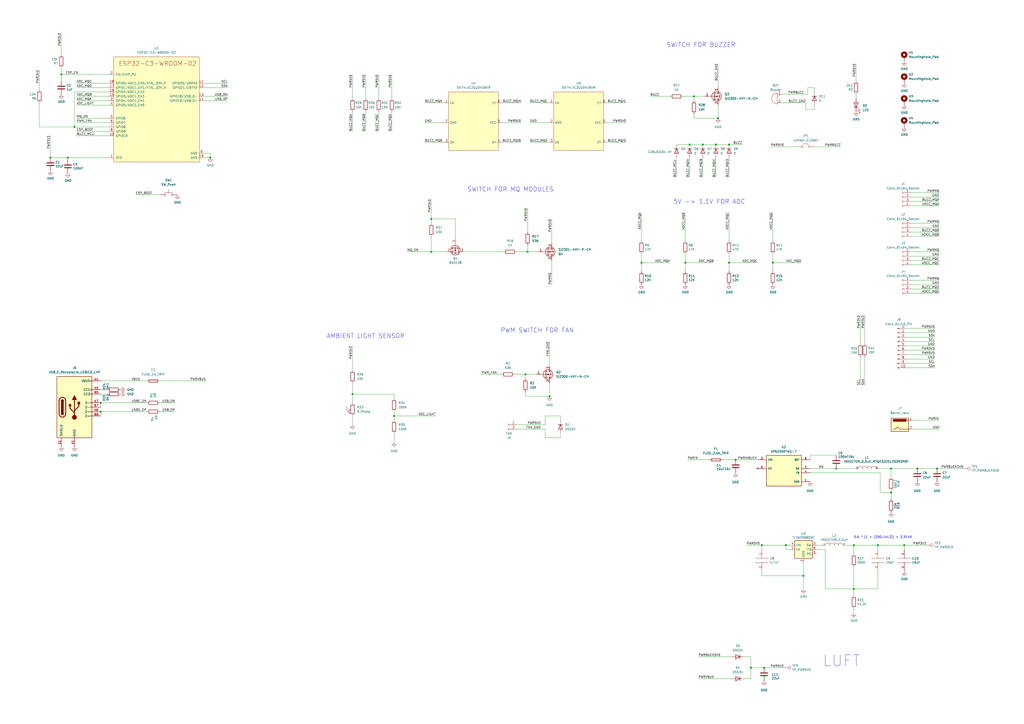
<source format=kicad_sch>
(kicad_sch (version 20231120) (generator "eeschema") (generator_version "8.0")
  (paper "A2")
  (title_block (title "Luft Air Sensor Controller") (date "2025-07-07") (rev "V0") (company "Copyright © 2025 Lone Dynamics Corporation"))
  (junction (at 306.07 146.05))
  (junction (at 39.37 91.44))
  (junction (at 441.96 316.23))
  (junction (at 58.42 233.68))
  (junction (at 121.92 91.44))
  (junction (at 304.8 217.17))
  (junction (at 443.23 387.35))
  (junction (at 400.05 83.82))
  (junction (at 532.13 271.78))
  (junction (at 397.51 152.4))
  (junction (at 516.89 285.75))
  (junction (at 29.21 91.44))
  (junction (at 422.91 83.82))
  (junction (at 466.09 334.01))
  (junction (at 415.29 83.82))
  (junction (at 495.3 316.23))
  (junction (at 43.18 73.66))
  (junction (at 495.3 341.63))
  (junction (at 426.72 266.7))
  (junction (at 435.61 387.35))
  (junction (at 250.19 146.05))
  (junction (at 58.42 238.76))
  (junction (at 516.89 271.78))
  (junction (at 422.91 152.4))
  (junction (at 543.56 271.78))
  (junction (at 372.11 152.4))
  (junction (at 250.19 127))
  (junction (at 524.51 316.23))
  (junction (at 455.93 316.23))
  (junction (at 407.67 83.82))
  (junction (at 204.47 228.6))
  (junction (at 318.77 229.87))
  (junction (at 416.56 68.58))
  (junction (at 228.6 241.3))
  (junction (at 448.31 152.4))
  (junction (at 35.56 43.18))
  (junction (at 402.59 55.88))
  (junction (at 509.27 316.23))
  (junction (at 485.14 271.78))
  (no_connect (at 439.42 271.78))
  (wire (pts (xy 63.5 43.18) (xy 35.56 43.18)))
  (wire (pts (xy 495.3 316.23) (xy 490.22 316.23)))
  (wire (pts (xy 466.09 326.39) (xy 466.09 334.01)))
  (wire (pts (xy 246.38 71.12) (xy 257.81 71.12)))
  (wire (pts (xy 299.72 246.38) (xy 316.23 246.38)))
  (wire (pts (xy 318.77 198.12) (xy 318.77 212.09)))
  (wire (pts (xy 58.42 220.98) (xy 85.09 220.98)))
  (wire (pts (xy 299.72 146.05) (xy 306.07 146.05)))
  (wire (pts (xy 228.6 228.6) (xy 228.6 231.14)))
  (wire (pts (xy 29.21 78.74) (xy 29.21 91.44)))
  (wire (pts (xy 496.57 36.83) (xy 496.57 46.99)))
  (wire (pts (xy 472.44 85.09) (xy 487.68 85.09)))
  (wire (pts (xy 543.56 271.78) (xy 558.8 271.78)))
  (wire (pts (xy 466.09 334.01) (xy 441.96 334.01)))
  (wire (pts (xy 250.19 146.05) (xy 236.22 146.05)))
  (wire (pts (xy 44.45 48.26) (xy 63.5 48.26)))
  (wire (pts (xy 318.77 59.69) (xy 307.34 59.69)))
  (wire (pts (xy 499.11 207.01) (xy 499.11 223.52)))
  (wire (pts (xy 472.44 50.8) (xy 472.44 53.34)))
  (wire (pts (xy 35.56 43.18) (xy 35.56 46.99)))
  (wire (pts (xy 402.59 66.04) (xy 402.59 68.58)))
  (wire (pts (xy 397.51 123.19) (xy 397.51 139.7)))
  (wire (pts (xy 528.32 132.08) (xy 544.83 132.08)))
  (wire (pts (xy 468.63 54.61) (xy 468.63 50.8)))
  (wire (pts (xy 58.42 233.68) (xy 85.09 233.68)))
  (wire (pts (xy 372.11 123.19) (xy 372.11 139.7)))
  (wire (pts (xy 290.83 59.69) (xy 302.26 59.69)))
  (wire (pts (xy 472.44 60.96) (xy 472.44 63.5)))
  (wire (pts (xy 118.11 50.8) (xy 132.08 50.8)))
  (wire (pts (xy 250.19 115.57) (xy 250.19 127)))
  (wire (pts (xy 227.33 43.18) (xy 227.33 57.15)))
  (wire (pts (xy 528.32 170.18) (xy 544.83 170.18)))
  (wire (pts (xy 318.77 229.87) (xy 304.8 229.87)))
  (wire (pts (xy 92.71 233.68) (xy 101.6 233.68)))
  (wire (pts (xy 516.89 271.78) (xy 516.89 276.86)))
  (wire (pts (xy 212.09 43.18) (xy 212.09 57.15)))
  (wire (pts (xy 204.47 43.18) (xy 204.47 57.15)))
  (wire (pts (xy 509.27 318.77) (xy 509.27 316.23)))
  (wire (pts (xy 485.14 271.78) (xy 496.57 271.78)))
  (wire (pts (xy 453.39 59.69) (xy 467.36 59.69)))
  (wire (pts (xy 204.47 241.3) (xy 204.47 246.38)))
  (wire (pts (xy 407.67 102.87) (xy 407.67 91.44)))
  (wire (pts (xy 467.36 59.69) (xy 467.36 63.5)))
  (wire (pts (xy 407.67 83.82) (xy 415.29 83.82)))
  (wire (pts (xy 377.19 55.88) (xy 388.62 55.88)))
  (wire (pts (xy 307.34 71.12) (xy 318.77 71.12)))
  (wire (pts (xy 516.89 284.48) (xy 516.89 285.75)))
  (wire (pts (xy 448.31 147.32) (xy 448.31 152.4)))
  (wire (pts (xy 372.11 152.4) (xy 372.11 157.48)))
  (wire (pts (xy 528.32 137.16) (xy 544.83 137.16)))
  (wire (pts (xy 44.45 55.88) (xy 63.5 55.88)))
  (wire (pts (xy 204.47 76.2) (xy 204.47 64.77)))
  (wire (pts (xy 528.32 162.56) (xy 544.83 162.56)))
  (wire (pts (xy 528.32 167.64) (xy 544.83 167.64)))
  (wire (pts (xy 44.45 60.96) (xy 63.5 60.96)))
  (wire (pts (xy 426.72 266.7) (xy 439.42 266.7)))
  (wire (pts (xy 528.32 148.59) (xy 544.83 148.59)))
  (wire (pts (xy 290.83 71.12) (xy 302.26 71.12)))
  (wire (pts (xy 443.23 387.35) (xy 454.66 387.35)))
  (wire (pts (xy 525.78 210.82) (xy 542.29 210.82)))
  (wire (pts (xy 257.81 59.69) (xy 246.38 59.69)))
  (wire (pts (xy 467.36 63.5) (xy 472.44 63.5)))
  (wire (pts (xy 510.54 274.32) (xy 510.54 285.75)))
  (wire (pts (xy 299.72 248.92) (xy 316.23 248.92)))
  (wire (pts (xy 397.51 152.4) (xy 414.02 152.4)))
  (wire (pts (xy 524.51 316.23) (xy 524.51 318.77)))
  (wire (pts (xy 269.24 146.05) (xy 292.1 146.05)))
  (wire (pts (xy 372.11 152.4) (xy 388.62 152.4)))
  (wire (pts (xy 458.47 318.77) (xy 455.93 318.77)))
  (wire (pts (xy 121.92 88.9) (xy 121.92 91.44)))
  (wire (pts (xy 430.53 83.82) (xy 422.91 83.82)))
  (wire (pts (xy 35.56 39.37) (xy 35.56 43.18)))
  (wire (pts (xy 441.96 318.77) (xy 441.96 316.23)))
  (wire (pts (xy 316.23 248.92) (xy 316.23 254)))
  (wire (pts (xy 441.96 331.47) (xy 441.96 334.01)))
  (wire (pts (xy 392.43 102.87) (xy 392.43 91.44)))
  (wire (pts (xy 529.59 243.84) (xy 544.83 243.84)))
  (wire (pts (xy 528.32 111.76) (xy 544.83 111.76)))
  (wire (pts (xy 58.42 238.76) (xy 85.09 238.76)))
  (wire (pts (xy 402.59 55.88) (xy 408.94 55.88)))
  (wire (pts (xy 435.61 381) (xy 435.61 387.35)))
  (wire (pts (xy 525.78 190.5) (xy 542.29 190.5)))
  (wire (pts (xy 525.78 200.66) (xy 542.29 200.66)))
  (wire (pts (xy 495.3 341.63) (xy 478.79 341.63)))
  (wire (pts (xy 469.9 264.16) (xy 469.9 266.7)))
  (wire (pts (xy 92.71 238.76) (xy 101.6 238.76)))
  (wire (pts (xy 448.31 152.4) (xy 464.82 152.4)))
  (wire (pts (xy 516.89 271.78) (xy 532.13 271.78)))
  (wire (pts (xy 447.04 85.09) (xy 462.28 85.09)))
  (wire (pts (xy 529.59 248.92) (xy 544.83 248.92)))
  (wire (pts (xy 528.32 151.13) (xy 544.83 151.13)))
  (wire (pts (xy 478.79 318.77) (xy 478.79 341.63)))
  (wire (pts (xy 448.31 152.4) (xy 448.31 157.48)))
  (wire (pts (xy 44.45 50.8) (xy 63.5 50.8)))
  (wire (pts (xy 528.32 134.62) (xy 544.83 134.62)))
  (wire (pts (xy 306.07 146.05) (xy 312.42 146.05)))
  (wire (pts (xy 405.13 393.7) (xy 424.18 393.7)))
  (wire (pts (xy 22.86 40.64) (xy 22.86 52.07)))
  (wire (pts (xy 455.93 318.77) (xy 455.93 316.23)))
  (wire (pts (xy 43.18 73.66) (xy 63.5 73.66)))
  (wire (pts (xy 250.19 137.16) (xy 250.19 146.05)))
  (wire (pts (xy 228.6 238.76) (xy 228.6 241.3)))
  (wire (pts (xy 118.11 88.9) (xy 121.92 88.9)))
  (wire (pts (xy 290.83 82.55) (xy 302.26 82.55)))
  (wire (pts (xy 435.61 387.35) (xy 435.61 393.7)))
  (wire (pts (xy 92.71 220.98) (xy 119.38 220.98)))
  (wire (pts (xy 219.71 76.2) (xy 219.71 64.77)))
  (wire (pts (xy 405.13 381) (xy 424.18 381)))
  (wire (pts (xy 351.79 59.69) (xy 363.22 59.69)))
  (wire (pts (xy 39.37 91.44) (xy 39.37 92.71)))
  (wire (pts (xy 44.45 76.2) (xy 63.5 76.2)))
  (wire (pts (xy 320.04 165.1) (xy 320.04 151.13)))
  (wire (pts (xy 415.29 102.87) (xy 415.29 91.44)))
  (wire (pts (xy 466.09 334.01) (xy 466.09 341.63)))
  (wire (pts (xy 227.33 76.2) (xy 227.33 64.77)))
  (wire (pts (xy 422.91 102.87) (xy 422.91 91.44)))
  (wire (pts (xy 35.56 19.05) (xy 35.56 31.75)))
  (wire (pts (xy 351.79 71.12) (xy 363.22 71.12)))
  (wire (pts (xy 501.65 207.01) (xy 501.65 223.52)))
  (wire (pts (xy 468.63 50.8) (xy 472.44 50.8)))
  (wire (pts (xy 525.78 213.36) (xy 542.29 213.36)))
  (wire (pts (xy 525.78 198.12) (xy 542.29 198.12)))
  (wire (pts (xy 501.65 199.39) (xy 501.65 182.88)))
  (wire (pts (xy 453.39 54.61) (xy 468.63 54.61)))
  (wire (pts (xy 325.12 241.3) (xy 325.12 243.84)))
  (wire (pts (xy 44.45 68.58) (xy 63.5 68.58)))
  (wire (pts (xy 228.6 241.3) (xy 252.73 241.3)))
  (wire (pts (xy 495.3 328.93) (xy 495.3 341.63)))
  (wire (pts (xy 78.74 113.03) (xy 92.71 113.03)))
  (wire (pts (xy 306.07 120.65) (xy 306.07 134.62)))
  (wire (pts (xy 528.32 119.38) (xy 544.83 119.38)))
  (wire (pts (xy 422.91 147.32) (xy 422.91 152.4)))
  (wire (pts (xy 320.04 140.97) (xy 320.04 127)))
  (wire (pts (xy 528.32 153.67) (xy 544.83 153.67)))
  (wire (pts (xy 43.18 53.34) (xy 43.18 73.66)))
  (wire (pts (xy 528.32 146.05) (xy 544.83 146.05)))
  (wire (pts (xy 473.71 318.77) (xy 478.79 318.77)))
  (wire (pts (xy 204.47 222.25) (xy 204.47 228.6)))
  (wire (pts (xy 469.9 274.32) (xy 510.54 274.32)))
  (wire (pts (xy 525.78 205.74) (xy 542.29 205.74)))
  (wire (pts (xy 396.24 55.88) (xy 402.59 55.88)))
  (wire (pts (xy 422.91 152.4) (xy 422.91 157.48)))
  (wire (pts (xy 525.78 203.2) (xy 542.29 203.2)))
  (wire (pts (xy 372.11 147.32) (xy 372.11 152.4)))
  (wire (pts (xy 39.37 91.44) (xy 63.5 91.44)))
  (wire (pts (xy 495.3 355.6) (xy 495.3 353.06)))
  (wire (pts (xy 392.43 83.82) (xy 400.05 83.82)))
  (wire (pts (xy 118.11 58.42) (xy 132.08 58.42)))
  (wire (pts (xy 525.78 193.04) (xy 542.29 193.04)))
  (wire (pts (xy 469.9 271.78) (xy 485.14 271.78)))
  (wire (pts (xy 279.4 217.17) (xy 290.83 217.17)))
  (wire (pts (xy 212.09 76.2) (xy 212.09 64.77)))
  (wire (pts (xy 118.11 55.88) (xy 132.08 55.88)))
  (wire (pts (xy 118.11 48.26) (xy 132.08 48.26)))
  (wire (pts (xy 397.51 152.4) (xy 397.51 157.48)))
  (wire (pts (xy 257.81 82.55) (xy 246.38 82.55)))
  (wire (pts (xy 219.71 43.18) (xy 219.71 57.15)))
  (wire (pts (xy 400.05 102.87) (xy 400.05 91.44)))
  (wire (pts (xy 58.42 233.68) (xy 58.42 236.22)))
  (wire (pts (xy 524.51 316.23) (xy 537.21 316.23)))
  (wire (pts (xy 532.13 271.78) (xy 543.56 271.78)))
  (wire (pts (xy 398.78 266.7) (xy 411.48 266.7)))
  (wire (pts (xy 397.51 147.32) (xy 397.51 152.4)))
  (wire (pts (xy 525.78 208.28) (xy 542.29 208.28)))
  (wire (pts (xy 525.78 195.58) (xy 542.29 195.58)))
  (wire (pts (xy 22.86 73.66) (xy 43.18 73.66)))
  (wire (pts (xy 58.42 238.76) (xy 58.42 241.3)))
  (wire (pts (xy 448.31 123.19) (xy 448.31 139.7)))
  (wire (pts (xy 402.59 55.88) (xy 402.59 58.42)))
  (wire (pts (xy 316.23 241.3) (xy 325.12 241.3)))
  (wire (pts (xy 228.6 241.3) (xy 228.6 243.84)))
  (wire (pts (xy 318.77 222.25) (xy 318.77 229.87)))
  (wire (pts (xy 58.42 228.6) (xy 62.23 228.6)))
  (wire (pts (xy 118.11 91.44) (xy 121.92 91.44)))
  (wire (pts (xy 43.18 53.34) (xy 63.5 53.34)))
  (wire (pts (xy 510.54 285.75) (xy 516.89 285.75)))
  (wire (pts (xy 422.91 123.19) (xy 422.91 139.7)))
  (wire (pts (xy 316.23 246.38) (xy 316.23 241.3)))
  (wire (pts (xy 441.96 316.23) (xy 455.93 316.23)))
  (wire (pts (xy 264.16 138.43) (xy 264.16 127)))
  (wire (pts (xy 495.3 345.44) (xy 495.3 341.63)))
  (wire (pts (xy 528.32 165.1) (xy 544.83 165.1)))
  (wire (pts (xy 431.8 381) (xy 435.61 381)))
  (wire (pts (xy 419.1 266.7) (xy 426.72 266.7)))
  (wire (pts (xy 495.3 341.63) (xy 509.27 341.63)))
  (wire (pts (xy 44.45 78.74) (xy 63.5 78.74)))
  (wire (pts (xy 528.32 116.84) (xy 544.83 116.84)))
  (wire (pts (xy 204.47 228.6) (xy 228.6 228.6)))
  (wire (pts (xy 39.37 91.44) (xy 29.21 91.44)))
  (wire (pts (xy 415.29 83.82) (xy 422.91 83.82)))
  (wire (pts (xy 318.77 82.55) (xy 307.34 82.55)))
  (wire (pts (xy 250.19 146.05) (xy 259.08 146.05)))
  (wire (pts (xy 22.86 59.69) (xy 22.86 73.66)))
  (wire (pts (xy 316.23 254) (xy 325.12 254)))
  (wire (pts (xy 325.12 254) (xy 325.12 251.46)))
  (wire (pts (xy 509.27 316.23) (xy 524.51 316.23)))
  (wire (pts (xy 509.27 271.78) (xy 516.89 271.78)))
  (wire (pts (xy 44.45 58.42) (xy 63.5 58.42)))
  (wire (pts (xy 400.05 83.82) (xy 407.67 83.82)))
  (wire (pts (xy 495.3 321.31) (xy 495.3 316.23)))
  (wire (pts (xy 264.16 127) (xy 250.19 127)))
  (wire (pts (xy 422.91 152.4) (xy 439.42 152.4)))
  (wire (pts (xy 473.71 316.23) (xy 477.52 316.23)))
  (wire (pts (xy 416.56 60.96) (xy 416.56 68.58)))
  (wire (pts (xy 431.8 393.7) (xy 435.61 393.7)))
  (wire (pts (xy 528.32 114.3) (xy 544.83 114.3)))
  (wire (pts (xy 528.32 129.54) (xy 544.83 129.54)))
  (wire (pts (xy 304.8 217.17) (xy 311.15 217.17)))
  (wire (pts (xy 499.11 199.39) (xy 499.11 182.88)))
  (wire (pts (xy 516.89 285.75) (xy 516.89 289.56)))
  (wire (pts (xy 204.47 228.6) (xy 204.47 233.68)))
  (wire (pts (xy 298.45 217.17) (xy 304.8 217.17)))
  (wire (pts (xy 58.42 226.06) (xy 62.23 226.06)))
  (wire (pts (xy 495.3 316.23) (xy 509.27 316.23)))
  (wire (pts (xy 204.47 200.66) (xy 204.47 214.63)))
  (wire (pts (xy 304.8 217.17) (xy 304.8 219.71)))
  (wire (pts (xy 228.6 251.46) (xy 228.6 256.54)))
  (wire (pts (xy 44.45 71.12) (xy 63.5 71.12)))
  (wire (pts (xy 496.57 54.61) (xy 496.57 57.15)))
  (wire (pts (xy 416.56 36.83) (xy 416.56 50.8)))
  (wire (pts (xy 433.07 316.23) (xy 441.96 316.23)))
  (wire (pts (xy 509.27 341.63) (xy 509.27 331.47)))
  (wire (pts (xy 351.79 82.55) (xy 363.22 82.55)))
  (wire (pts (xy 250.19 127) (xy 250.19 129.54)))
  (wire (pts (xy 435.61 387.35) (xy 443.23 387.35)))
  (wire (pts (xy 304.8 227.33) (xy 304.8 229.87)))
  (wire (pts (xy 485.14 264.16) (xy 469.9 264.16)))
  (wire (pts (xy 455.93 316.23) (xy 458.47 316.23)))
  (wire (pts (xy 416.56 68.58) (xy 402.59 68.58)))
  (wire (pts (xy 306.07 142.24) (xy 306.07 146.05)))
  (text "0.6 * (1 + (200/44.2)) = 3.3149" (at 495.3 312.42 0) (effects (font (size 1.27 1.27)) (justify left bottom)))
  (text "PWM SWITCH FOR FAN" (at 311.658 191.77 0) (effects (font (size 2.54 2.54))))
  (text "LUFT" (at 488.188 383.54 0) (effects (font (size 6.35 6.35))))
  (text "AMBIENT LIGHT SENSOR" (at 212.09 195.072 0) (effects (font (size 2.54 2.54))))
  (text "SWITCH FOR MQ MODULES" (at 296.164 109.982 0) (effects (font (size 2.54 2.54))))
  (text "SWITCH FOR BUZZER" (at 406.654 26.162 0) (effects (font (size 2.54 2.54))))
  (text "5V -> 1.1V FOR ADC" (at 411.48 117.094 0) (effects (font (size 2.54 2.54))))
  (label "ADC_LIGHT" (at 252.73 241.3 180))
  (label "FAN_GND" (at 318.77 198.12 270))
  (label "BUZZ_MQC" (at 307.34 59.69 0))
  (label "ADCC_MQB" (at 397.51 123.19 270))
  (label "ADC_MQC" (at 44.45 48.26 0))
  (label "BUZZ_GND" (at 467.36 59.69 180))
  (label "GND" (at 544.83 165.1 180))
  (label "PWR5V0" (at 542.29 205.74 180))
  (label "PWR5V0" (at 306.07 120.65 270))
  (label "ADC_MQC" (at 439.42 152.4 180))
  (label "SCL" (at 542.29 198.12 180))
  (label "BUZZ_MQC" (at 219.71 76.2 90))
  (label "ESP_BOOT" (at 78.74 113.03 0))
  (label "SDA" (at 542.29 195.58 180))
  (label "PWR5V0" (at 542.29 190.5 180))
  (label "BUZZ" (at 430.53 83.82 180))
  (label "BUZZ_MQB" (at 544.83 134.62 180))
  (label "BUZZ" (at 377.19 55.88 0))
  (label "PWRIN" (at 538.48 243.84 0))
  (label "MQ_ON" (at 44.45 68.58 0))
  (label "PWR3V3" (at 499.11 182.88 270))
  (label "BUZZ_MQIC" (at 415.29 102.87 90))
  (label "GND" (at 542.29 200.66 180))
  (label "USBC_DN" (at 76.2 233.68 0))
  (label "PWR5V0" (at 363.22 71.12 180))
  (label "BUZZ_MCU" (at 44.45 78.74 0))
  (label "PWR5V0" (at 320.04 127 270))
  (label "BUZZ_MQC" (at 544.83 151.13 180))
  (label "ADCC_MQA" (at 544.83 119.38 180))
  (label "ADC_MQB" (at 44.45 55.88 0))
  (label "GND" (at 246.38 71.12 0))
  (label "PWR3V3" (at 22.86 40.64 270))
  (label "ADCC_MQC" (at 544.83 153.67 180))
  (label "BUZZ_MCU" (at 392.43 102.87 90))
  (label "USB_DN" (at 132.08 55.88 180))
  (label "BUZZ_MQIB" (at 407.67 102.87 90))
  (label "SDA" (at 542.29 213.36 180))
  (label "SCL" (at 499.11 223.52 90))
  (label "PWRMQ" (at 544.83 129.54 180))
  (label "BUZZ_MQD" (at 307.34 82.55 0))
  (label "PWR5V0" (at 219.71 43.18 270))
  (label "ADC_LIGHT" (at 44.45 60.96 0))
  (label "PWR5V0" (at 204.47 43.18 270))
  (label "PWR3V3" (at 542.29 203.2 180))
  (label "BUZZ_MQIB" (at 302.26 82.55 180))
  (label "BUZZ_MQIA" (at 400.05 102.87 90))
  (label "PWR3V3" (at 204.47 200.66 270))
  (label "PWR3V3" (at 501.65 182.88 270))
  (label "ADCC_MQA" (at 372.11 123.19 270))
  (label "SCL" (at 132.08 48.26 180))
  (label "PWR5V0" (at 433.07 316.23 0))
  (label "ADCC_MQD" (at 448.31 123.19 270))
  (label "SDA" (at 132.08 50.8 180))
  (label "PWRMQ" (at 320.04 165.1 90))
  (label "PWM_FAN" (at 44.45 71.12 0))
  (label "VBUS" (at 81.28 220.98 180))
  (label "PWR3V3" (at 29.21 86.36 90))
  (label "PWRBUZZ" (at 487.68 85.09 180))
  (label "PWRVBUS" (at 119.38 220.98 180))
  (label "MQ_ON" (at 236.22 146.05 0))
  (label "BUZZ_MQID" (at 363.22 82.55 180))
  (label "BUZZ_MQIA" (at 302.26 59.69 180))
  (label "ADCC_MQB" (at 544.83 137.16 180))
  (label "PWR3V3" (at 35.56 19.05 270))
  (label "BUZZ_MQB" (at 246.38 82.55 0))
  (label "ADCC_MQD" (at 544.83 170.18 180))
  (label "GND" (at 544.83 114.3 180))
  (label "BUZZ_MQD" (at 227.33 76.2 90))
  (label "PWRBUCK5V0" (at 405.13 381 0))
  (label "PWRMQ" (at 544.83 111.76 180))
  (label "SW" (at 474.98 271.78 0))
  (label "ESP_EN" (at 38.1 43.18 0))
  (label "BUZZ_GND" (at 416.56 36.83 270))
  (label "SDA" (at 501.65 223.52 90))
  (label "GND" (at 541.02 248.92 0))
  (label "ADCC_MQC" (at 422.91 123.19 270))
  (label "BUZZ_MQA" (at 204.47 76.2 90))
  (label "USB_DP" (at 132.08 58.42 180))
  (label "PWRVBUS" (at 405.13 393.7 0))
  (label "GND" (at 542.29 193.04 180))
  (label "PWR5V0" (at 454.66 387.35 180))
  (label "PWRMQ" (at 544.83 146.05 180))
  (label "PWR5V0" (at 227.33 43.18 270))
  (label "PWRMQ" (at 544.83 162.56 180))
  (label "BUZZ_MQD" (at 544.83 167.64 180))
  (label "ADC_MQD" (at 44.45 50.8 0))
  (label "BUZZ_MQID" (at 422.91 102.87 90))
  (label "ADC_MQA" (at 44.45 58.42 0))
  (label "USB_DP" (at 93.98 238.76 0))
  (label "ADC_MQA" (at 388.62 152.4 180))
  (label "PWRBUCK5V0" (at 558.8 271.78 180))
  (label "PWRINBUCK" (at 427.99 266.7 0))
  (label "USBC_DP" (at 76.2 238.76 0))
  (label "USB_DN" (at 93.98 233.68 0))
  (label "PWR5V0" (at 447.04 85.09 0))
  (label "ESP_BOOT" (at 44.45 76.2 0))
  (label "BUZZ_MQA" (at 246.38 59.69 0))
  (label "PWR5V0" (at 212.09 43.18 270))
  (label "PWR5V0" (at 496.57 36.83 270))
  (label "PWM_FAN" (at 279.4 217.17 0))
  (label "FAN_GND" (at 313.69 248.92 180))
  (label "GND" (at 544.83 148.59 180))
  (label "ADC_MQB" (at 414.02 152.4 180))
  (label "GND" (at 544.83 132.08 180))
  (label "PWR3V3" (at 529.59 316.23 0))
  (label "PWR5V0" (at 313.69 246.38 180))
  (label "ADC_MQD" (at 464.82 152.4 180))
  (label "PWRIN" (at 398.78 266.7 0))
  (label "GND" (at 307.34 71.12 0))
  (label "PWR3V3" (at 250.19 115.57 270))
  (label "GND" (at 542.29 208.28 180))
  (label "BUZZ_MQB" (at 212.09 76.2 90))
  (label "BUZZ_MQA" (at 544.83 116.84 180))
  (label "BUZZ_MQIC" (at 363.22 59.69 180))
  (label "PWRBUZZ" (at 457.2 54.61 0))
  (label "SCL" (at 542.29 210.82 180))
  (label "PWR5V0" (at 302.26 71.12 180))
  (symbol (lib_id "pspice:C") (at 441.96 325.12 0) (unit 1)
    (property "Reference" "C8" (at 446.4812 323.9516 0) (effects (justify left)))
    (property "Value" "4.7uF" (at 446.4812 326.263 0) (effects (justify left)))
    (property "Footprint" "Capacitor_SMD:C_0603_1608Metric" (effects (hide yes)))
  )
  (symbol (lib_id "pspice:C") (at 509.27 325.12 0) (unit 1)
    (property "Reference" "C9" (at 513.7912 323.9516 0) (effects (justify left)))
    (property "Value" "10pF" (at 513.7912 326.263 0) (effects (justify left)))
    (property "Footprint" "Capacitor_SMD:C_0603_1608Metric" (effects (hide yes)))
  )
  (symbol (lib_name "GND_47") (lib_id "power:GND") (at 524.51 331.47 0) (unit 1)
    (property "Reference" "#PWR054" (effects (hide yes)))
    (property "Value" "GND" (at 524.637 335.8642 0))
  )
  (symbol (lib_name "GND_42") (lib_id "power:GND") (at 495.3 355.6 0) (unit 1)
    (property "Reference" "#PWR051" (effects (hide yes)))
    (property "Value" "GND" (at 495.427 359.9942 0))
  )
  (symbol (lib_name "GND_41") (lib_id "power:GND") (at 466.09 341.63 0) (unit 1)
    (property "Reference" "#PWR045" (effects (hide yes)))
    (property "Value" "GND" (at 466.217 346.0242 0))
  )
  (symbol (lib_id "Connector:TestPoint") (at 558.8 271.78 270) (unit 1)
    (property "Reference" "TP1" (at 563.5752 270.6116 90) (effects (justify left)))
    (property "Value" "TP_PWRBUCK5V0" (at 563.5752 272.923 90) (effects (justify left)))
    (property "Footprint" "TestPoint:TestPoint_THTPad_D1.0mm_Drill0.5mm" (effects (hide yes)))
  )
  (symbol (lib_id "pspice:C") (at 524.51 325.12 0) (unit 1)
    (property "Reference" "C10" (at 529.0312 323.9516 0) (effects (justify left)))
    (property "Value" "10uF" (at 529.0312 326.263 0) (effects (justify left)))
    (property "Footprint" "Capacitor_SMD:C_0603_1608Metric" (effects (hide yes)))
  )
  (symbol (lib_id "Device:R") (at 495.3 325.12 0) (unit 1)
    (property "Reference" "R22" (at 497.078 323.9516 0) (effects (justify left)))
    (property "Value" "200K" (at 497.078 326.263 0) (effects (justify left)))
    (property "Footprint" "Resistor_SMD:R_0603_1608Metric" (effects (hide yes)))
  )
  (symbol (lib_id "Device:R") (at 495.3 349.25 0) (unit 1)
    (property "Reference" "R23" (at 497.078 348.0816 0) (effects (justify left)))
    (property "Value" "44.2K" (at 497.078 350.393 0) (effects (justify left)))
    (property "Footprint" "Resistor_SMD:R_0603_1608Metric" (effects (hide yes)))
  )
  (symbol (lib_id "Regulator_Switching:TLV62568DDC") (at 466.09 318.77 0) (unit 1)
    (property "Reference" "U3" (at 466.09 309.4482 0))
    (property "Value" "TLV62568DDC" (at 466.09 311.7596 0))
    (property "Footprint" "Package_TO_SOT_SMD:SOT-23-6" (effects (hide yes)))
    (property "Datasheet" "http://www.ti.com/lit/ds/symlink/tlv62568.pdf" (effects (hide yes)))
  )
  (symbol (lib_id "pspice:INDUCTOR") (at 483.87 316.23 0) (unit 1)
    (property "Reference" "L2" (at 483.87 310.769 0))
    (property "Value" "INDUCTOR_2.2uH" (at 483.87 313.0804 0))
    (property "Footprint" "Inductor_SMD:L_0805_2012Metric" (effects (hide yes)))
  )
  (symbol (lib_name "GND_49") (lib_id "power:GND") (at 524.51 48.26 0) (unit 1)
    (property "Reference" "#PWR19" (effects (hide yes)))
    (property "Value" "GND" (at 524.637 52.6542 0))
  )
  (symbol (lib_id "Device:R") (at 204.47 218.44 180) (unit 1)
    (property "Reference" "R26" (at 207.01 217.1699 0) (effects (justify right)))
    (property "Value" "10K" (at 207.01 219.7099 0) (effects (justify right)))
    (property "Footprint" "Resistor_SMD:R_0603_1608Metric" (effects (hide yes)))
    (property "Description" "Resistor" (effects (hide yes)))
  )
  (symbol (lib_id "Connector:Conn_01x04_Socket") (at 523.24 148.59 0) (mirror y) (unit 1)
    (property "Reference" "J3" (at 523.875 140.97 0))
    (property "Value" "Conn_01x04_Socket" (at 523.875 143.51 0))
    (property "Footprint" "Connector_PinSocket_2.54mm:PinSocket_1x04_P2.54mm_Vertical" (effects (hide yes)))
    (property "Description" "Generic connector, single row, 01x04, script generated" (effects (hide yes)))
  )
  (symbol (lib_id "Device:R") (at 212.09 60.96 180) (unit 1)
    (property "Reference" "R30" (at 213.614 59.69 0) (effects (justify right)))
    (property "Value" "10K" (at 213.614 62.23 0) (effects (justify right)))
    (property "Footprint" "Resistor_SMD:R_0603_1608Metric" (effects (hide yes)))
    (property "Description" "Resistor" (effects (hide yes)))
  )
  (symbol (lib_name "GND_1") (lib_id "power:GND") (at 443.23 394.97 0) (unit 1)
    (property "Reference" "#PWR17" (effects (hide yes)))
    (property "Value" "GND" (at 443.23 400.304 0))
  )
  (symbol (lib_id "Device:C") (at 443.23 391.16 0) (unit 1)
    (property "Reference" "C11" (at 447.548 391.414 0) (effects (justify left)))
    (property "Value" "22uF" (at 447.548 393.446 0) (effects (justify left)))
    (property "Footprint" "Capacitor_SMD:C_0603_1608Metric" (effects (hide yes)))
  )
  (symbol (lib_id "Mechanical:MountingHole_Pad") (at 524.51 33.02 0) (unit 1) (exclude_from_sim yes) (in_bom no)
    (property "Reference" "H1" (at 527.05 30.4799 0) (effects (justify left)))
    (property "Value" "MountingHole_Pad" (at 527.05 33.0199 0) (effects (justify left)))
    (property "Footprint" "MountingHole:MountingHole_3.2mm_M3_DIN965_Pad" (effects (hide yes)))
    (property "Description" "Mounting Hole with connection" (effects (hide yes)))
  )
  (symbol (lib_id "Device:R") (at 227.33 60.96 180) (unit 1)
    (property "Reference" "R32" (at 228.854 59.69 0) (effects (justify right)))
    (property "Value" "10K" (at 228.854 62.23 0) (effects (justify right)))
    (property "Footprint" "Resistor_SMD:R_0603_1608Metric" (effects (hide yes)))
    (property "Description" "Resistor" (effects (hide yes)))
  )
  (symbol (lib_id "LD-LOGIC:SN74LVC2GU04DBVR") (at 335.28 59.69 0) (unit 1)
    (property "Reference" "U5" (at 335.661 48.26 0))
    (property "Value" "SN74LVC2GU04DBVR" (at 335.661 50.8 0))
    (property "Footprint" "Package_TO_SOT_SMD:SOT-23-6_Handsoldering" (effects (hide yes)))
  )
  (symbol (lib_id "Transistor_FET:BSS138") (at 316.23 217.17 0) (unit 1)
    (property "Reference" "Q2" (at 322.58 215.8999 0) (effects (justify left)))
    (property "Value" "SI2300-HXY-N-CH" (at 322.58 218.4399 0) (effects (justify left)))
    (property "Footprint" "Package_TO_SOT_SMD:SOT-23" (effects (hide yes)))
    (property "Datasheet" "https://www.onsemi.com/pub/Collateral/BSS138-D.PDF" (effects (hide yes)))
    (property "Description" "50V Vds, 0.22A Id, N-Channel MOSFET, SOT-23" (effects (hide yes)))
  )
  (symbol (lib_id "Device:R") (at 422.91 161.29 0) (unit 1)
    (property "Reference" "R13" (at 424.688 160.1216 0) (effects (justify left)))
    (property "Value" "12K" (at 424.688 162.433 0) (effects (justify left)))
    (property "Footprint" "Resistor_SMD:R_0603_1608Metric" (effects (hide yes)))
  )
  (symbol (lib_id "Device:D") (at 392.43 87.63 270) (unit 1)
    (property "Reference" "D5" (at 394.97 86.3599 90) (effects (justify left)))
    (property "Value" "CDBU0320-HF" (at 375.666 88.138 90) (effects (justify left)))
    (property "Footprint" "Diode_SMD:D_0603_1608Metric" (effects (hide yes)))
    (property "Description" "Diode" (effects (hide yes)))
    (property "Sim.Device" "D" (effects (hide yes)))
    (property "Sim.Pins" "1=K 2=A" (effects (hide yes)))
  )
  (symbol (lib_id "Transistor_FET:BSS138") (at 414.02 55.88 0) (unit 1)
    (property "Reference" "Q3" (at 420.37 54.6099 0) (effects (justify left)))
    (property "Value" "SI2300-HXY-N-CH" (at 420.37 57.1499 0) (effects (justify left)))
    (property "Footprint" "Package_TO_SOT_SMD:SOT-23" (effects (hide yes)))
    (property "Datasheet" "https://www.onsemi.com/pub/Collateral/BSS138-D.PDF" (effects (hide yes)))
    (property "Description" "50V Vds, 0.22A Id, N-Channel MOSFET, SOT-23" (effects (hide yes)))
  )
  (symbol (lib_id "power:GND") (at 318.77 229.87 0) (unit 1)
    (property "Reference" "#PWR1" (effects (hide yes)))
    (property "Value" "GND" (at 318.77 234.95 0))
    (property "Description" "Power symbol creates a global label with name \"GND\" , ground" (effects (hide yes)))
  )
  (symbol (lib_id "Transistor_FET:BSS84") (at 317.5 146.05 0) (mirror x) (unit 1)
    (property "Reference" "Q4" (at 323.85 147.3201 0) (effects (justify left)))
    (property "Value" "SI2301-HXY-P-CH" (at 323.85 144.7801 0) (effects (justify left)))
    (property "Footprint" "Package_TO_SOT_SMD:SOT-23" (effects (hide yes)))
    (property "Datasheet" "http://assets.nexperia.com/documents/data-sheet/BSS84.pdf" (effects (hide yes)))
    (property "Description" "-0.13A Id, -50V Vds, P-Channel MOSFET, SOT-23" (effects (hide yes)))
  )
  (symbol (lib_id "Device:R") (at 499.11 203.2 0) (unit 1)
    (property "Reference" "R20" (at 493.522 202.184 0) (effects (justify left)))
    (property "Value" "10K" (at 493.522 204.4954 0) (effects (justify left)))
    (property "Footprint" "Resistor_SMD:R_0603_1608Metric" (effects (hide yes)))
  )
  (symbol (lib_name "GND_49") (lib_id "power:GND") (at 397.51 165.1 0) (unit 1)
    (property "Reference" "#PWR8" (effects (hide yes)))
    (property "Value" "GND" (at 397.637 169.4942 0))
  )
  (symbol (lib_name "GND_12") (lib_id "power:GND") (at 543.56 279.4 0) (unit 1)
    (property "Reference" "#PWR102" (effects (hide yes)))
    (property "Value" "GND" (at 543.56 284.734 0))
  )
  (symbol (lib_id "ld-power:AP62300TWU-7") (at 454.66 271.78 0) (unit 1)
    (property "Reference" "U2" (at 454.66 259.334 0))
    (property "Value" "AP62300TWU-7" (at 454.66 261.874 0))
    (property "Footprint" "LD-POWER:SOT95P280X100-6N" (effects (hide yes)))
    (property "STANDARD" "IPC 7351B" (effects (hide yes)))
    (property "SNAPEDA_PN" "AP62300TWU-7" (effects (hide yes)))
    (property "PARTREV" "Rev. 3 - 2" (effects (hide yes)))
    (property "MANUFACTURER" "Diodes Inc." (effects (hide yes)))
    (property "MAXIMUM_PACKAGE_HEIGHT" "1.0mm" (effects (hide yes)))
  )
  (symbol (lib_name "GND_7") (lib_id "power:GND") (at 39.37 100.33 0) (unit 1)
    (property "Reference" "#PWR05" (effects (hide yes)))
    (property "Value" "GND" (at 39.497 104.7242 0))
  )
  (symbol (lib_id "power:GND") (at 416.56 68.58 0) (unit 1)
    (property "Reference" "#PWR22" (effects (hide yes)))
    (property "Value" "GND" (at 416.56 73.66 0))
    (property "Description" "Power symbol creates a global label with name \"GND\" , ground" (effects (hide yes)))
  )
  (symbol (lib_id "Device:R") (at 501.65 203.2 0) (unit 1)
    (property "Reference" "R21" (at 503.428 202.0316 0) (effects (justify left)))
    (property "Value" "10K" (at 503.428 204.343 0) (effects (justify left)))
    (property "Footprint" "Resistor_SMD:R_0603_1608Metric" (effects (hide yes)))
  )
  (symbol (lib_id "power:GND") (at 69.85 226.06 90) (unit 1)
    (property "Reference" "#PWR14" (effects (hide yes)))
    (property "Value" "GND" (at 73.66 226.0599 90) (effects (justify right)))
    (property "Description" "Power symbol creates a global label with name \"GND\" , ground" (effects (hide yes)))
  )
  (symbol (lib_id "Connector:TestPoint") (at 537.21 316.23 270) (unit 1)
    (property "Reference" "TP2" (at 541.9852 315.0616 90) (effects (justify left)))
    (property "Value" "TP_PWR3V3" (at 541.9852 317.373 90) (effects (justify left)))
    (property "Footprint" "TestPoint:TestPoint_THTPad_D1.0mm_Drill0.5mm" (effects (hide yes)))
  )
  (symbol (lib_id "Device:R") (at 516.89 293.37 180) (unit 1)
    (property "Reference" "R19" (at 521.208 293.37 90))
    (property "Value" "10K" (at 519.43 293.37 90))
    (property "Footprint" "Capacitor_SMD:C_0603_1608Metric" (effects (hide yes)))
  )
  (symbol (lib_id "Device:C") (at 29.21 95.25 0) (unit 1)
    (property "Reference" "C1" (at 32.131 94.0816 0) (effects (justify left)))
    (property "Value" "10uF" (at 32.131 96.393 0) (effects (justify left)))
    (property "Footprint" "Capacitor_SMD:C_0603_1608Metric" (effects (hide yes)))
  )
  (symbol (lib_name "GND_6") (lib_id "power:GND") (at 35.56 54.61 0) (unit 1)
    (property "Reference" "#PWR03" (effects (hide yes)))
    (property "Value" "GND" (at 35.687 59.0042 0))
  )
  (symbol (lib_id "Connector:Barrel_Jack") (at 521.97 246.38 0) (unit 1)
    (property "Reference" "J7" (at 521.97 236.982 0))
    (property "Value" "Barrel_Jack" (at 521.97 239.522 0))
    (property "Footprint" "Connector_BarrelJack:BarrelJack_GCT_DCJ200-10-A_Horizontal" (effects (hide yes)))
  )
  (symbol (lib_id "Device:C") (at 543.56 275.59 0) (unit 1)
    (property "Reference" "C7" (at 546.608 274.3199 0) (effects (justify left)))
    (property "Value" "22uF" (at 546.608 276.8599 0) (effects (justify left)))
    (property "Footprint" "Capacitor_SMD:C_0603_1608Metric" (effects (hide yes)))
  )
  (symbol (lib_id "power:GND") (at 204.47 246.38 0) (unit 1)
    (property "Reference" "#PWR11" (effects (hide yes)))
    (property "Value" "GND" (at 204.47 251.46 0))
    (property "Description" "Power symbol creates a global label with name \"GND\" , ground" (effects (hide yes)))
  )
  (symbol (lib_id "power:GND") (at 228.6 256.54 0) (unit 1)
    (property "Reference" "#PWR23" (effects (hide yes)))
    (property "Value" "GND" (at 228.6 261.62 0))
    (property "Description" "Power symbol creates a global label with name \"GND\" , ground" (effects (hide yes)))
  )
  (symbol (lib_id "Device:R") (at 422.91 143.51 0) (unit 1)
    (property "Reference" "R12" (at 424.688 142.3416 0) (effects (justify left)))
    (property "Value" "47K" (at 424.688 144.653 0) (effects (justify left)))
    (property "Footprint" "Resistor_SMD:R_0603_1608Metric" (effects (hide yes)))
  )
  (symbol (lib_id "Device:R") (at 250.19 133.35 180) (unit 1)
    (property "Reference" "R37" (at 252.73 132.0799 0) (effects (justify right)))
    (property "Value" "10K" (at 252.73 134.6199 0) (effects (justify right)))
    (property "Footprint" "Resistor_SMD:R_0603_1608Metric" (effects (hide yes)))
    (property "Description" "Resistor" (effects (hide yes)))
  )
  (symbol (lib_id "Device:R") (at 402.59 62.23 180) (unit 1)
    (property "Reference" "R28" (at 405.13 60.9599 0) (effects (justify right)))
    (property "Value" "10K" (at 405.13 63.4999 0) (effects (justify right)))
    (property "Footprint" "Resistor_SMD:R_0603_1608Metric" (effects (hide yes)))
    (property "Description" "Resistor" (effects (hide yes)))
  )
  (symbol (lib_id "Device:D") (at 325.12 247.65 270) (unit 1)
    (property "Reference" "D1" (at 327.66 246.3799 90) (effects (justify left)))
    (property "Value" "DSS34" (at 327.66 248.9199 90) (effects (justify left)))
    (property "Footprint" "Diode_SMD:D_SMA" (effects (hide yes)))
    (property "Description" "Diode" (effects (hide yes)))
    (property "Sim.Device" "D" (effects (hide yes)))
    (property "Sim.Pins" "1=K 2=A" (effects (hide yes)))
  )
  (symbol (lib_id "pspice:INDUCTOR") (at 502.92 271.78 0) (unit 1)
    (property "Reference" "L1" (at 502.92 265.43 0))
    (property "Value" "INDUCTOR_3.3uH_MTQH322512S3R3MBT" (at 508.254 267.716 0))
    (property "Footprint" "Inductor_SMD:L_1210_3225Metric" (effects (hide yes)))
  )
  (symbol (lib_id "Device:R") (at 66.04 226.06 270) (unit 1)
    (property "Reference" "R24" (at 60.452 222.25 0) (effects (justify left)))
    (property "Value" "5K1" (at 62.484 221.996 0) (effects (justify left)))
    (property "Footprint" "Resistor_SMD:R_0603_1608Metric" (effects (hide yes)))
  )
  (symbol (lib_name "GND_49") (lib_id "power:GND") (at 372.11 165.1 0) (unit 1)
    (property "Reference" "#PWR4" (effects (hide yes)))
    (property "Value" "GND" (at 372.237 169.4942 0))
  )
  (symbol (lib_name "GND_49") (lib_id "power:GND") (at 422.91 165.1 0) (unit 1)
    (property "Reference" "#PWR9" (effects (hide yes)))
    (property "Value" "GND" (at 423.037 169.4942 0))
  )
  (symbol (lib_id "Connector:TestPoint") (at 454.66 387.35 270) (unit 1)
    (property "Reference" "TP3" (at 459.4352 386.1816 90) (effects (justify left)))
    (property "Value" "TP_PWR5V0" (at 459.4352 388.493 90) (effects (justify left)))
    (property "Footprint" "TestPoint:TestPoint_THTPad_D1.0mm_Drill0.5mm" (effects (hide yes)))
  )
  (symbol (lib_id "Mechanical:MountingHole_Pad") (at 524.51 45.72 0) (unit 1) (exclude_from_sim yes) (in_bom no)
    (property "Reference" "H2" (at 527.05 43.1799 0) (effects (justify left)))
    (property "Value" "MountingHole_Pad" (at 527.05 45.7199 0) (effects (justify left)))
    (property "Footprint" "MountingHole:MountingHole_3.2mm_M3_DIN965_Pad" (effects (hide yes)))
    (property "Description" "Mounting Hole with connection" (effects (hide yes)))
  )
  (symbol (lib_name "GND_2") (lib_id "power:GND") (at 469.9 279.4 0) (unit 1)
    (property "Reference" "#PWR02" (effects (hide yes)))
    (property "Value" "GND" (at 469.9 284.734 0))
  )
  (symbol (lib_id "Device:R") (at 219.71 60.96 180) (unit 1)
    (property "Reference" "R31" (at 221.234 59.69 0) (effects (justify right)))
    (property "Value" "10K" (at 221.234 62.23 0) (effects (justify right)))
    (property "Footprint" "Resistor_SMD:R_0603_1608Metric" (effects (hide yes)))
    (property "Description" "Resistor" (effects (hide yes)))
  )
  (symbol (lib_id "Device:R") (at 397.51 143.51 0) (unit 1)
    (property "Reference" "R8" (at 399.288 142.3416 0) (effects (justify left)))
    (property "Value" "47K" (at 399.288 144.653 0) (effects (justify left)))
    (property "Footprint" "Resistor_SMD:R_0603_1608Metric" (effects (hide yes)))
  )
  (symbol (lib_id "Device:D") (at 407.67 87.63 270) (unit 1)
    (property "Reference" "D7" (at 410.21 86.3599 90) (effects (justify left)))
    (property "Value" "D" (at 410.21 88.8999 90) (effects (justify left)))
    (property "Footprint" "Diode_SMD:D_0603_1608Metric" (effects (hide yes)))
    (property "Description" "Diode" (effects (hide yes)))
    (property "Sim.Device" "D" (effects (hide yes)))
    (property "Sim.Pins" "1=K 2=A" (effects (hide yes)))
  )
  (symbol (lib_id "Device:R") (at 88.9 238.76 270) (unit 1)
    (property "Reference" "R4" (at 88.392 241.808 0) (effects (justify left)))
    (property "Value" "0R" (at 90.678 240.792 0) (effects (justify left)))
    (property "Footprint" "Resistor_SMD:R_0603_1608Metric" (effects (hide yes)))
  )
  (symbol (lib_name "GND_5") (lib_id "power:GND") (at 102.87 113.03 0) (unit 1)
    (property "Reference" "#PWR06" (effects (hide yes)))
    (property "Value" "GND" (at 102.997 117.4242 0))
  )
  (symbol (lib_id "Mechanical:MountingHole_Pad") (at 524.51 58.42 0) (unit 1) (exclude_from_sim yes) (in_bom no)
    (property "Reference" "H3" (at 527.05 55.8799 0) (effects (justify left)))
    (property "Value" "MountingHole_Pad" (at 527.05 58.4199 0) (effects (justify left)))
    (property "Footprint" "MountingHole:MountingHole_3.2mm_M3_DIN965_Pad" (effects (hide yes)))
    (property "Description" "Mounting Hole with connection" (effects (hide yes)))
  )
  (symbol (lib_name "GND_49") (lib_id "power:GND") (at 524.51 35.56 0) (unit 1)
    (property "Reference" "#PWR18" (effects (hide yes)))
    (property "Value" "GND" (at 524.637 39.9542 0))
  )
  (symbol (lib_id "Connector:Conn_01x04_Socket") (at 523.24 132.08 0) (mirror y) (unit 1)
    (property "Reference" "J2" (at 523.875 124.46 0))
    (property "Value" "Conn_01x04_Socket" (at 523.875 127 0))
    (property "Footprint" "Connector_PinSocket_2.54mm:PinSocket_1x04_P2.54mm_Vertical" (effects (hide yes)))
    (property "Description" "Generic connector, single row, 01x04, script generated" (effects (hide yes)))
  )
  (symbol (lib_id "Device:C") (at 39.37 96.52 0) (unit 1)
    (property "Reference" "C3" (at 42.291 95.3516 0) (effects (justify left)))
    (property "Value" "100nF" (at 42.291 97.663 0) (effects (justify left)))
    (property "Footprint" "Capacitor_SMD:C_0603_1608Metric" (effects (hide yes)))
  )
  (symbol (lib_id "Device:R") (at 22.86 55.88 180) (unit 1)
    (property "Reference" "R6" (at 21.082 57.0484 0) (effects (justify left)))
    (property "Value" "10K" (at 21.082 54.737 0) (effects (justify left)))
    (property "Footprint" "Resistor_SMD:R_0603_1608Metric" (effects (hide yes)))
  )
  (symbol (lib_id "power:GND") (at 35.56 259.08 0) (unit 1)
    (property "Reference" "#PWR12" (effects (hide yes)))
    (property "Value" "GND" (at 35.56 264.16 0))
    (property "Description" "Power symbol creates a global label with name \"GND\" , ground" (effects (hide yes)))
  )
  (symbol (lib_id "Device:R") (at 228.6 234.95 180) (unit 1)
    (property "Reference" "R34" (at 231.14 233.6799 0) (effects (justify right)))
    (property "Value" "200K" (at 231.14 236.2199 0) (effects (justify right)))
    (property "Footprint" "Resistor_SMD:R_0603_1608Metric" (effects (hide yes)))
    (property "Description" "Resistor" (effects (hide yes)))
  )
  (symbol (lib_id "Mechanical:MountingHole_Pad") (at 524.51 71.12 0) (unit 1) (exclude_from_sim yes) (in_bom no)
    (property "Reference" "H4" (at 527.05 68.5799 0) (effects (justify left)))
    (property "Value" "MountingHole_Pad" (at 527.05 71.1199 0) (effects (justify left)))
    (property "Footprint" "MountingHole:MountingHole_3.2mm_M3_DIN965_Pad" (effects (hide yes)))
    (property "Description" "Mounting Hole with connection" (effects (hide yes)))
  )
  (symbol (lib_name "GND_11") (lib_id "power:GND") (at 532.13 279.4 0) (unit 1)
    (property "Reference" "#PWR04" (effects (hide yes)))
    (property "Value" "GND" (at 532.13 284.734 0))
  )
  (symbol (lib_id "Device:C") (at 426.72 270.51 0) (unit 1)
    (property "Reference" "C4" (at 415.544 270.002 0) (effects (justify left)))
    (property "Value" "10uF16v" (at 415.544 272.034 0) (effects (justify left)))
    (property "Footprint" "Capacitor_SMD:C_1206_3216Metric" (effects (hide yes)))
  )
  (symbol (lib_name "GND_49") (lib_id "power:GND") (at 496.57 64.77 0) (unit 1)
    (property "Reference" "#PWR016" (effects (hide yes)))
    (property "Value" "GND" (at 496.697 69.1642 0))
  )
  (symbol (lib_id "Connector:USB_C_Receptacle_USB2.0_14P") (at 43.18 236.22 0) (unit 1)
    (property "Reference" "J6" (at 43.18 213.36 0))
    (property "Value" "USB_C_Receptacle_USB2.0_14P" (at 43.18 215.9 0))
    (property "Footprint" "LD-CONNECTORS:USB_C_Receptacle_HRO_TYPE-C-31-M-12-BIG-PADS-PASTE" (effects (hide yes)))
    (property "Datasheet" "https://www.usb.org/sites/default/files/documents/usb_type-c.zip" (effects (hide yes)))
    (property "Description" "USB 2.0-only 14P Type-C Receptacle connector" (effects (hide yes)))
  )
  (symbol (lib_id "Device:R") (at 228.6 247.65 180) (unit 1)
    (property "Reference" "R35" (at 231.14 246.3799 0) (effects (justify right)))
    (property "Value" "100K" (at 231.14 248.9199 0) (effects (justify right)))
    (property "Footprint" "Resistor_SMD:R_0603_1608Metric" (effects (hide yes)))
    (property "Description" "Resistor" (effects (hide yes)))
  )
  (symbol (lib_id "power:GND") (at 43.18 259.08 0) (unit 1)
    (property "Reference" "#PWR13" (effects (hide yes)))
    (property "Value" "GND" (at 43.18 264.16 0))
    (property "Description" "Power symbol creates a global label with name \"GND\" , ground" (effects (hide yes)))
  )
  (symbol (lib_id "Transistor_FET:BSS138") (at 264.16 143.51 270) (unit 1)
    (property "Reference" "Q1" (at 264.16 149.86 90))
    (property "Value" "BSS138" (at 264.16 152.4 90))
    (property "Footprint" "Package_TO_SOT_SMD:SOT-23" (effects (hide yes)))
    (property "Datasheet" "https://www.onsemi.com/pub/Collateral/BSS138-D.PDF" (effects (hide yes)))
    (property "Description" "50V Vds, 0.22A Id, N-Channel MOSFET, SOT-23" (effects (hide yes)))
  )
  (symbol (lib_id "Connector:Conn_01x04_Socket") (at 523.24 165.1 0) (mirror y) (unit 1)
    (property "Reference" "J4" (at 523.875 157.48 0))
    (property "Value" "Conn_01x04_Socket" (at 523.875 160.02 0))
    (property "Footprint" "Connector_PinSocket_2.54mm:PinSocket_1x04_P2.54mm_Vertical" (effects (hide yes)))
    (property "Description" "Generic connector, single row, 01x04, script generated" (effects (hide yes)))
  )
  (symbol (lib_name "GND_49") (lib_id "power:GND") (at 448.31 165.1 0) (unit 1)
    (property "Reference" "#PWR10" (effects (hide yes)))
    (property "Value" "GND" (at 448.437 169.4942 0))
  )
  (symbol (lib_id "Device:R") (at 448.31 143.51 0) (unit 1)
    (property "Reference" "R14" (at 450.088 142.3416 0) (effects (justify left)))
    (property "Value" "47K" (at 450.088 144.653 0) (effects (justify left)))
    (property "Footprint" "Resistor_SMD:R_0603_1608Metric" (effects (hide yes)))
  )
  (symbol (lib_id "Device:D") (at 427.99 381 180) (unit 1)
    (property "Reference" "D3" (at 427.99 374.65 0))
    (property "Value" "DSS34" (at 427.99 377.19 0))
    (property "Footprint" "Diode_SMD:D_SMA" (effects (hide yes)))
    (property "Description" "Diode" (effects (hide yes)))
    (property "Sim.Device" "D" (effects (hide yes)))
    (property "Sim.Pins" "1=K 2=A" (effects (hide yes)))
  )
  (symbol (lib_id "Device:R") (at 304.8 223.52 180) (unit 1)
    (property "Reference" "R2" (at 307.34 222.2499 0) (effects (justify right)))
    (property "Value" "10K" (at 307.34 224.7899 0) (effects (justify right)))
    (property "Footprint" "Resistor_SMD:R_0603_1608Metric" (effects (hide yes)))
    (property "Description" "Resistor" (effects (hide yes)))
  )
  (symbol (lib_id "Device:R") (at 306.07 138.43 180) (unit 1)
    (property "Reference" "R17" (at 308.61 137.1599 0) (effects (justify right)))
    (property "Value" "536" (at 308.61 139.6999 0) (effects (justify right)))
    (property "Footprint" "Resistor_SMD:R_0603_1608Metric" (effects (hide yes)))
    (property "Description" "Resistor" (effects (hide yes)))
  )
  (symbol (lib_name "GND_1") (lib_id "power:GND") (at 426.72 274.32 0) (unit 1)
    (property "Reference" "#PWR101" (effects (hide yes)))
    (property "Value" "GND" (at 426.72 279.654 0))
  )
  (symbol (lib_id "Device:D") (at 422.91 87.63 270) (unit 1)
    (property "Reference" "D9" (at 425.45 86.3599 90) (effects (justify left)))
    (property "Value" "D" (at 425.45 88.8999 90) (effects (justify left)))
    (property "Footprint" "Diode_SMD:D_0603_1608Metric" (effects (hide yes)))
    (property "Description" "Diode" (effects (hide yes)))
    (property "Sim.Device" "D" (effects (hide yes)))
    (property "Sim.Pins" "1=K 2=A" (effects (hide yes)))
  )
  (symbol (lib_id "Device:D") (at 427.99 393.7 180) (unit 1)
    (property "Reference" "D4" (at 427.99 387.35 0))
    (property "Value" "DSS34" (at 427.99 389.89 0))
    (property "Footprint" "Diode_SMD:D_SMA" (effects (hide yes)))
    (property "Description" "Diode" (effects (hide yes)))
    (property "Sim.Device" "D" (effects (hide yes)))
    (property "Sim.Pins" "1=K 2=A" (effects (hide yes)))
  )
  (symbol (lib_id "Device:R") (at 516.89 280.67 180) (unit 1)
    (property "Reference" "R18" (at 521.208 280.67 90))
    (property "Value" "56K2" (at 519.43 280.67 90))
    (property "Footprint" "Capacitor_SMD:C_0603_1608Metric" (effects (hide yes)))
  )
  (symbol (lib_id "LD-LOGIC:SN74LVC2GU04DBVR") (at 274.32 59.69 0) (unit 1)
    (property "Reference" "U4" (at 274.701 48.26 0))
    (property "Value" "SN74LVC2GU04DBVR" (at 274.701 50.8 0))
    (property "Footprint" "Package_TO_SOT_SMD:SOT-23-6_Handsoldering" (effects (hide yes)))
  )
  (symbol (lib_id "Device:R") (at 372.11 161.29 0) (unit 1)
    (property "Reference" "R10" (at 373.888 160.1216 0) (effects (justify left)))
    (property "Value" "12K" (at 373.888 162.433 0) (effects (justify left)))
    (property "Footprint" "Resistor_SMD:R_0603_1608Metric" (effects (hide yes)))
  )
  (symbol (lib_id "Device:C") (at 485.14 267.97 0) (unit 1)
    (property "Reference" "C5" (at 486.156 262.89 0) (effects (justify left)))
    (property "Value" "100nF16v" (at 486.156 264.922 0) (effects (justify left)))
    (property "Footprint" "Capacitor_SMD:C_1206_3216Metric" (effects (hide yes)))
  )
  (symbol (lib_name "GND_49") (lib_id "power:GND") (at 524.51 73.66 0) (unit 1)
    (property "Reference" "#PWR21" (effects (hide yes)))
    (property "Value" "GND" (at 524.637 78.0542 0))
  )
  (symbol (lib_id "Device:R") (at 392.43 55.88 90) (unit 1)
    (property "Reference" "R27" (at 392.43 49.53 90))
    (property "Value" "1K" (at 392.43 52.07 90))
    (property "Footprint" "Resistor_SMD:R_0603_1608Metric" (effects (hide yes)))
    (property "Description" "Resistor" (effects (hide yes)))
  )
  (symbol (lib_name "GND_9") (lib_id "power:GND") (at 121.92 91.44 0) (unit 1)
    (property "Reference" "#PWR07" (effects (hide yes)))
    (property "Value" "GND" (at 122.047 95.8342 0))
  )
  (symbol (lib_id "Device:C") (at 35.56 50.8 0) (unit 1)
    (property "Reference" "C2" (at 38.481 49.6316 0) (effects (justify left)))
    (property "Value" "1uF" (at 38.481 51.943 0) (effects (justify left)))
    (property "Footprint" "Capacitor_SMD:C_0603_1608Metric" (effects (hide yes)))
  )
  (symbol (lib_id "Device:LED") (at 496.57 60.96 90) (unit 1)
    (property "Reference" "D2" (at 500.38 61.2774 90) (effects (justify right)))
    (property "Value" "LED" (at 500.38 63.8174 90) (effects (justify right)))
    (property "Footprint" "LED_SMD:LED_1206_3216Metric" (effects (hide yes)))
    (property "Description" "Light emitting diode" (effects (hide yes)))
  )
  (symbol (lib_id "Device:R") (at 88.9 233.68 270) (unit 1)
    (property "Reference" "R5" (at 87.884 228.092 0) (effects (justify left)))
    (property "Value" "0R" (at 89.916 227.838 0) (effects (justify left)))
    (property "Footprint" "Resistor_SMD:R_0603_1608Metric" (effects (hide yes)))
  )
  (symbol (lib_id "Connector:Conn_01x10_Pin") (at 520.7 200.66 0) (unit 1)
    (property "Reference" "J9" (at 521.335 185.42 0))
    (property "Value" "Conn_01x10_Pin" (at 521.335 187.96 0))
    (property "Footprint" "Connector_PinHeader_2.54mm:PinHeader_1x10_P2.54mm_Vertical" (effects (hide yes)))
    (property "Description" "Generic connector, single row, 01x10, script generated" (effects (hide yes)))
  )
  (symbol (lib_id "Device:Fuse") (at 415.29 266.7 90) (unit 1)
    (property "Reference" "F1" (at 415.29 260.35 90))
    (property "Value" "FUSE_2.5A_TRIP" (at 415.29 262.89 90))
    (property "Footprint" "Fuse:Fuse_1210_3225Metric" (effects (hide yes)))
    (property "Description" "Fuse" (effects (hide yes)))
  )
  (symbol (lib_id "Device:R") (at 295.91 146.05 90) (unit 1)
    (property "Reference" "R16" (at 295.91 139.7 90))
    (property "Value" "1K" (at 295.91 142.24 90))
    (property "Footprint" "Resistor_SMD:R_0603_1608Metric" (effects (hide yes)))
    (property "Description" "Resistor" (effects (hide yes)))
  )
  (symbol (lib_id "Device:R") (at 372.11 143.51 0) (unit 1)
    (property "Reference" "R9" (at 373.888 142.3416 0) (effects (justify left)))
    (property "Value" "47K" (at 373.888 144.653 0) (effects (justify left)))
    (property "Footprint" "Resistor_SMD:R_0603_1608Metric" (effects (hide yes)))
  )
  (symbol (lib_id "Switch:SW_Push") (at 97.79 113.03 0) (unit 1)
    (property "Reference" "SW1" (at 97.79 104.4956 0))
    (property "Value" "SW_Push" (at 97.79 107.0356 0))
    (property "Footprint" "LD-SWITCH:Button_2P_3x4mm" (effects (hide yes)))
  )
  (symbol (lib_id "Espressif:ESP32-C3-WROOM-02") (at 90.17 64.77 0) (unit 1)
    (property "Reference" "U1" (at 90.805 27.94 0))
    (property "Value" "ESP32-C3-WROOM-02" (at 90.805 30.48 0))
    (property "Footprint" "RF_Module:ESP32-C3-WROOM-02" (effects (hide yes)))
    (property "Datasheet" "https://www.espressif.com/sites/default/files/documentation/esp32-c3-wroom-02_datasheet_en.pdf" (effects (hide yes)))
  )
  (symbol (lib_id "Connector:Conn_01x02_Socket") (at 294.64 246.38 0) (mirror y) (unit 1)
    (property "Reference" "J5" (at 295.275 254 0))
    (property "Value" "FAN" (at 295.275 251.46 0))
    (property "Footprint" "Connector_JST:JST_XH_B2B-XH-A_1x02_P2.50mm_Vertical" (effects (hide yes)))
    (property "Description" "Generic connector, single row, 01x02, script generated" (effects (hide yes)))
  )
  (symbol (lib_name "GND_49") (lib_id "power:GND") (at 524.51 60.96 0) (unit 1)
    (property "Reference" "#PWR20" (effects (hide yes)))
    (property "Value" "GND" (at 524.637 65.3542 0))
  )
  (symbol (lib_name "GND_8") (lib_id "power:GND") (at 29.21 99.06 0) (unit 1)
    (property "Reference" "#PWR01" (effects (hide yes)))
    (property "Value" "GND" (at 29.337 103.4542 0))
  )
  (symbol (lib_id "Device:R") (at 35.56 35.56 180) (unit 1)
    (property "Reference" "R7" (at 33.782 36.7284 0) (effects (justify left)))
    (property "Value" "10K" (at 33.782 34.417 0) (effects (justify left)))
    (property "Footprint" "Resistor_SMD:R_0603_1608Metric" (effects (hide yes)))
  )
  (symbol (lib_name "GND_10") (lib_id "power:GND") (at 516.89 297.18 0) (unit 1)
    (property "Reference" "#PWR103" (effects (hide yes)))
    (property "Value" "GND" (at 516.89 302.514 0))
  )
  (symbol (lib_id "Device:Buzzer") (at 450.85 57.15 0) (mirror y) (unit 1)
    (property "Reference" "BZ1" (at 450.0949 49.53 0))
    (property "Value" "Buzzer" (at 450.0949 52.07 0))
    (property "Footprint" "Buzzer_Beeper:Buzzer_12x9.5RM7.6" (effects (hide yes)))
    (property "Description" "Buzzer, polarized" (effects (hide yes)))
  )
  (symbol (lib_id "Device:Fuse") (at 88.9 220.98 90) (unit 1)
    (property "Reference" "F2" (at 88.9 214.63 90))
    (property "Value" "FUSE_1A_TRIP" (at 88.9 217.17 90))
    (property "Footprint" "Fuse:Fuse_1210_3225Metric" (effects (hide yes)))
    (property "Description" "Fuse" (effects (hide yes)))
  )
  (symbol (lib_id "Device:D") (at 415.29 87.63 270) (unit 1)
    (property "Reference" "D8" (at 417.83 86.3599 90) (effects (justify left)))
    (property "Value" "D" (at 417.83 88.8999 90) (effects (justify left)))
    (property "Footprint" "Diode_SMD:D_0603_1608Metric" (effects (hide yes)))
    (property "Description" "Diode" (effects (hide yes)))
    (property "Sim.Device" "D" (effects (hide yes)))
    (property "Sim.Pins" "1=K 2=A" (effects (hide yes)))
  )
  (symbol (lib_id "Connector:Conn_01x04_Socket") (at 523.24 114.3 0) (mirror y) (unit 1)
    (property "Reference" "J1" (at 523.875 106.68 0))
    (property "Value" "Conn_01x04_Socket" (at 523.875 109.22 0))
    (property "Footprint" "Connector_PinSocket_2.54mm:PinSocket_1x04_P2.54mm_Vertical" (effects (hide yes)))
    (property "Description" "Generic connector, single row, 01x04, script generated" (effects (hide yes)))
  )
  (symbol (lib_id "Device:R") (at 496.57 50.8 180) (unit 1)
    (property "Reference" "R3" (at 494.792 51.9684 0) (effects (justify left)))
    (property "Value" "2K2" (at 494.792 49.657 0) (effects (justify left)))
    (property "Footprint" "Resistor_SMD:R_0603_1608Metric" (effects (hide yes)))
  )
  (symbol (lib_id "power:GND") (at 69.85 228.6 90) (unit 1)
    (property "Reference" "#PWR15" (effects (hide yes)))
    (property "Value" "GND" (at 73.66 228.5999 90) (effects (justify right)))
    (property "Description" "Power symbol creates a global label with name \"GND\" , ground" (effects (hide yes)))
  )
  (symbol (lib_id "Jumper:Jumper_2_Open") (at 467.36 85.09 0) (unit 1) (exclude_from_sim yes)
    (property "Reference" "JP1" (at 467.36 78.74 0))
    (property "Value" "Jumper_2_Open" (at 467.36 81.28 0))
    (property "Footprint" "Connector_PinHeader_2.54mm:PinHeader_1x02_P2.54mm_Vertical" (effects (hide yes)))
    (property "Description" "Jumper, 2-pole, open" (effects (hide yes)))
  )
  (symbol (lib_id "Device:R") (at 204.47 60.96 180) (unit 1)
    (property "Reference" "R29" (at 205.994 59.69 0) (effects (justify right)))
    (property "Value" "10K" (at 205.994 62.23 0) (effects (justify right)))
    (property "Footprint" "Resistor_SMD:R_0603_1608Metric" (effects (hide yes)))
    (property "Description" "Resistor" (effects (hide yes)))
  )
  (symbol (lib_id "Device:D") (at 400.05 87.63 270) (unit 1)
    (property "Reference" "D6" (at 402.59 86.3599 90) (effects (justify left)))
    (property "Value" "D" (at 402.59 88.8999 90) (effects (justify left)))
    (property "Footprint" "Diode_SMD:D_0603_1608Metric" (effects (hide yes)))
    (property "Description" "Diode" (effects (hide yes)))
    (property "Sim.Device" "D" (effects (hide yes)))
    (property "Sim.Pins" "1=K 2=A" (effects (hide yes)))
  )
  (symbol (lib_id "Device:R") (at 66.04 228.6 270) (unit 1)
    (property "Reference" "R25" (at 60.452 228.854 0) (effects (justify left)))
    (property "Value" "5K1" (at 62.484 228.6 0) (effects (justify left)))
    (property "Footprint" "Resistor_SMD:R_0603_1608Metric" (effects (hide yes)))
  )
  (symbol (lib_id "Device:D") (at 472.44 57.15 270) (unit 1)
    (property "Reference" "D11" (at 474.98 55.8799 90) (effects (justify left)))
    (property "Value" "D" (at 474.98 58.4199 90) (effects (justify left)))
    (property "Footprint" "Diode_SMD:D_0603_1608Metric" (effects (hide yes)))
    (property "Description" "Diode" (effects (hide yes)))
    (property "Sim.Device" "D" (effects (hide yes)))
    (property "Sim.Pins" "1=K 2=A" (effects (hide yes)))
  )
  (symbol (lib_id "Device:R") (at 397.51 161.29 0) (unit 1)
    (property "Reference" "R11" (at 399.288 160.1216 0) (effects (justify left)))
    (property "Value" "12K" (at 399.288 162.433 0) (effects (justify left)))
    (property "Footprint" "Resistor_SMD:R_0603_1608Metric" (effects (hide yes)))
  )
  (symbol (lib_id "Device:R") (at 294.64 217.17 90) (unit 1)
    (property "Reference" "R1" (at 294.64 210.82 90))
    (property "Value" "536" (at 294.64 213.36 90))
    (property "Footprint" "Resistor_SMD:R_0603_1608Metric" (effects (hide yes)))
    (property "Description" "Resistor" (effects (hide yes)))
  )
  (symbol (lib_id "Device:R_Photo") (at 204.47 237.49 0) (unit 1)
    (property "Reference" "R33" (at 207.01 236.2199 0) (effects (justify left)))
    (property "Value" "R_Photo" (at 207.01 238.7599 0) (effects (justify left)))
    (property "Footprint" "LD-MISC:R_PHOTO_3624" (effects (hide yes)))
    (property "Description" "Photoresistor" (effects (hide yes)))
  )
  (symbol (lib_id "Device:C") (at 532.13 275.59 0) (unit 1)
    (property "Reference" "C6" (at 535.178 274.3199 0) (effects (justify left)))
    (property "Value" "22uF" (at 535.178 276.8599 0) (effects (justify left)))
    (property "Footprint" "Capacitor_SMD:C_0603_1608Metric" (effects (hide yes)))
  )
  (symbol (lib_id "Device:R") (at 448.31 161.29 0) (unit 1)
    (property "Reference" "R15" (at 450.088 160.1216 0) (effects (justify left)))
    (property "Value" "12K" (at 450.088 162.433 0) (effects (justify left)))
    (property "Footprint" "Resistor_SMD:R_0603_1608Metric" (effects (hide yes)))
  )
)
</source>
